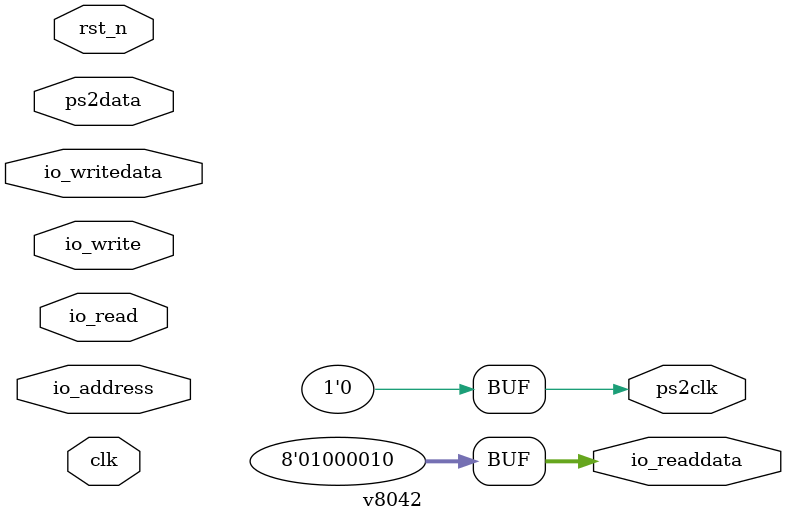
<source format=v>
module v8042(
input rst_n,
input clk,
input  [2:0] io_address,
input        io_read,
input        io_write, 
input  [7:0] io_writedata,
output [7:0] io_readdata,

input        ps2data,
output       ps2clk
);

assign ps2clk = 0;
assign io_readdata = 8'h42;

endmodule

</source>
